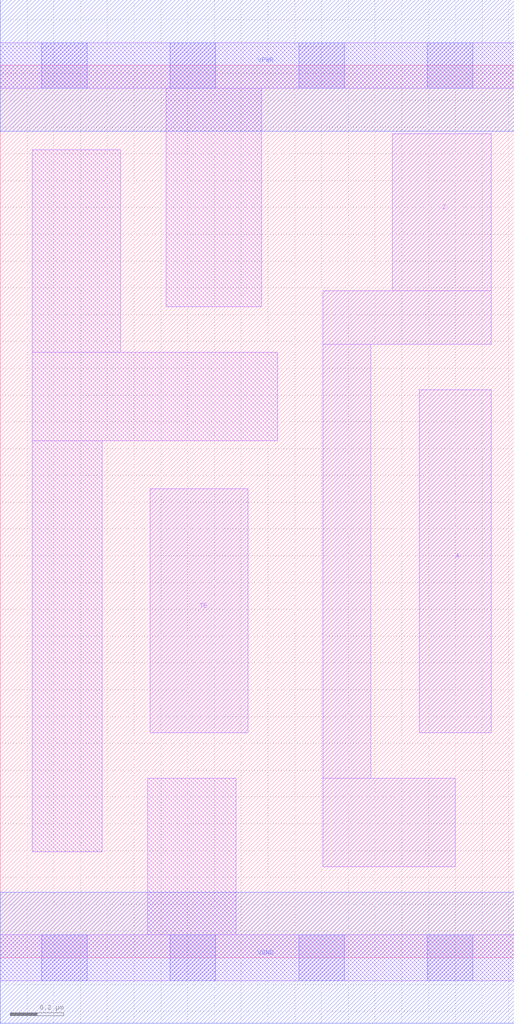
<source format=lef>
# Copyright 2020 The SkyWater PDK Authors
#
# Licensed under the Apache License, Version 2.0 (the "License");
# you may not use this file except in compliance with the License.
# You may obtain a copy of the License at
#
#     https://www.apache.org/licenses/LICENSE-2.0
#
# Unless required by applicable law or agreed to in writing, software
# distributed under the License is distributed on an "AS IS" BASIS,
# WITHOUT WARRANTIES OR CONDITIONS OF ANY KIND, either express or implied.
# See the License for the specific language governing permissions and
# limitations under the License.
#
# SPDX-License-Identifier: Apache-2.0

VERSION 5.7 ;
  NAMESCASESENSITIVE ON ;
  NOWIREEXTENSIONATPIN ON ;
  DIVIDERCHAR "/" ;
  BUSBITCHARS "[]" ;
UNITS
  DATABASE MICRONS 200 ;
END UNITS
MACRO sky130_fd_sc_lp__einvp_0
  CLASS CORE ;
  FOREIGN sky130_fd_sc_lp__einvp_0 ;
  ORIGIN  0.000000  0.000000 ;
  SIZE  1.920000 BY  3.330000 ;
  SYMMETRY X Y R90 ;
  SITE unit ;
  PIN A
    ANTENNAGATEAREA  0.159000 ;
    DIRECTION INPUT ;
    USE SIGNAL ;
    PORT
      LAYER li1 ;
        RECT 1.565000 0.840000 1.835000 2.120000 ;
    END
  END A
  PIN TE
    ANTENNAGATEAREA  0.189000 ;
    DIRECTION INPUT ;
    USE SIGNAL ;
    PORT
      LAYER li1 ;
        RECT 0.560000 0.840000 0.925000 1.750000 ;
    END
  END TE
  PIN Z
    ANTENNADIFFAREA  0.293700 ;
    DIRECTION OUTPUT ;
    USE SIGNAL ;
    PORT
      LAYER li1 ;
        RECT 1.205000 0.340000 1.700000 0.670000 ;
        RECT 1.205000 0.670000 1.385000 2.290000 ;
        RECT 1.205000 2.290000 1.835000 2.490000 ;
        RECT 1.465000 2.490000 1.835000 3.075000 ;
    END
  END Z
  PIN VGND
    DIRECTION INOUT ;
    USE GROUND ;
    PORT
      LAYER met1 ;
        RECT 0.000000 -0.245000 1.920000 0.245000 ;
    END
  END VGND
  PIN VPWR
    DIRECTION INOUT ;
    USE POWER ;
    PORT
      LAYER met1 ;
        RECT 0.000000 3.085000 1.920000 3.575000 ;
    END
  END VPWR
  OBS
    LAYER li1 ;
      RECT 0.000000 -0.085000 1.920000 0.085000 ;
      RECT 0.000000  3.245000 1.920000 3.415000 ;
      RECT 0.120000  0.395000 0.380000 1.930000 ;
      RECT 0.120000  1.930000 1.035000 2.260000 ;
      RECT 0.120000  2.260000 0.450000 3.015000 ;
      RECT 0.550000  0.085000 0.880000 0.670000 ;
      RECT 0.620000  2.430000 0.975000 3.245000 ;
    LAYER mcon ;
      RECT 0.155000 -0.085000 0.325000 0.085000 ;
      RECT 0.155000  3.245000 0.325000 3.415000 ;
      RECT 0.635000 -0.085000 0.805000 0.085000 ;
      RECT 0.635000  3.245000 0.805000 3.415000 ;
      RECT 1.115000 -0.085000 1.285000 0.085000 ;
      RECT 1.115000  3.245000 1.285000 3.415000 ;
      RECT 1.595000 -0.085000 1.765000 0.085000 ;
      RECT 1.595000  3.245000 1.765000 3.415000 ;
  END
END sky130_fd_sc_lp__einvp_0
END LIBRARY

</source>
